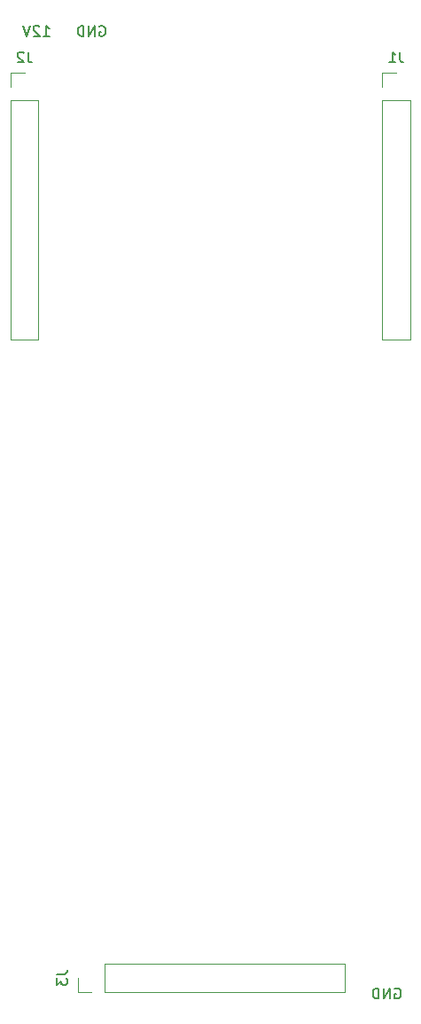
<source format=gbr>
%TF.GenerationSoftware,KiCad,Pcbnew,7.0.6*%
%TF.CreationDate,2023-07-26T19:08:01+01:00*%
%TF.ProjectId,Hypersoniq_Controls,48797065-7273-46f6-9e69-715f436f6e74,rev?*%
%TF.SameCoordinates,Original*%
%TF.FileFunction,Legend,Bot*%
%TF.FilePolarity,Positive*%
%FSLAX46Y46*%
G04 Gerber Fmt 4.6, Leading zero omitted, Abs format (unit mm)*
G04 Created by KiCad (PCBNEW 7.0.6) date 2023-07-26 19:08:01*
%MOMM*%
%LPD*%
G01*
G04 APERTURE LIST*
%ADD10C,0.200000*%
%ADD11C,0.150000*%
%ADD12C,0.120000*%
G04 APERTURE END LIST*
D10*
X59561904Y-57029838D02*
X59657142Y-56982219D01*
X59657142Y-56982219D02*
X59799999Y-56982219D01*
X59799999Y-56982219D02*
X59942856Y-57029838D01*
X59942856Y-57029838D02*
X60038094Y-57125076D01*
X60038094Y-57125076D02*
X60085713Y-57220314D01*
X60085713Y-57220314D02*
X60133332Y-57410790D01*
X60133332Y-57410790D02*
X60133332Y-57553647D01*
X60133332Y-57553647D02*
X60085713Y-57744123D01*
X60085713Y-57744123D02*
X60038094Y-57839361D01*
X60038094Y-57839361D02*
X59942856Y-57934600D01*
X59942856Y-57934600D02*
X59799999Y-57982219D01*
X59799999Y-57982219D02*
X59704761Y-57982219D01*
X59704761Y-57982219D02*
X59561904Y-57934600D01*
X59561904Y-57934600D02*
X59514285Y-57886980D01*
X59514285Y-57886980D02*
X59514285Y-57553647D01*
X59514285Y-57553647D02*
X59704761Y-57553647D01*
X59085713Y-57982219D02*
X59085713Y-56982219D01*
X59085713Y-56982219D02*
X58514285Y-57982219D01*
X58514285Y-57982219D02*
X58514285Y-56982219D01*
X58038094Y-57982219D02*
X58038094Y-56982219D01*
X58038094Y-56982219D02*
X57799999Y-56982219D01*
X57799999Y-56982219D02*
X57657142Y-57029838D01*
X57657142Y-57029838D02*
X57561904Y-57125076D01*
X57561904Y-57125076D02*
X57514285Y-57220314D01*
X57514285Y-57220314D02*
X57466666Y-57410790D01*
X57466666Y-57410790D02*
X57466666Y-57553647D01*
X57466666Y-57553647D02*
X57514285Y-57744123D01*
X57514285Y-57744123D02*
X57561904Y-57839361D01*
X57561904Y-57839361D02*
X57657142Y-57934600D01*
X57657142Y-57934600D02*
X57799999Y-57982219D01*
X57799999Y-57982219D02*
X58038094Y-57982219D01*
X87761904Y-148929838D02*
X87857142Y-148882219D01*
X87857142Y-148882219D02*
X87999999Y-148882219D01*
X87999999Y-148882219D02*
X88142856Y-148929838D01*
X88142856Y-148929838D02*
X88238094Y-149025076D01*
X88238094Y-149025076D02*
X88285713Y-149120314D01*
X88285713Y-149120314D02*
X88333332Y-149310790D01*
X88333332Y-149310790D02*
X88333332Y-149453647D01*
X88333332Y-149453647D02*
X88285713Y-149644123D01*
X88285713Y-149644123D02*
X88238094Y-149739361D01*
X88238094Y-149739361D02*
X88142856Y-149834600D01*
X88142856Y-149834600D02*
X87999999Y-149882219D01*
X87999999Y-149882219D02*
X87904761Y-149882219D01*
X87904761Y-149882219D02*
X87761904Y-149834600D01*
X87761904Y-149834600D02*
X87714285Y-149786980D01*
X87714285Y-149786980D02*
X87714285Y-149453647D01*
X87714285Y-149453647D02*
X87904761Y-149453647D01*
X87285713Y-149882219D02*
X87285713Y-148882219D01*
X87285713Y-148882219D02*
X86714285Y-149882219D01*
X86714285Y-149882219D02*
X86714285Y-148882219D01*
X86238094Y-149882219D02*
X86238094Y-148882219D01*
X86238094Y-148882219D02*
X85999999Y-148882219D01*
X85999999Y-148882219D02*
X85857142Y-148929838D01*
X85857142Y-148929838D02*
X85761904Y-149025076D01*
X85761904Y-149025076D02*
X85714285Y-149120314D01*
X85714285Y-149120314D02*
X85666666Y-149310790D01*
X85666666Y-149310790D02*
X85666666Y-149453647D01*
X85666666Y-149453647D02*
X85714285Y-149644123D01*
X85714285Y-149644123D02*
X85761904Y-149739361D01*
X85761904Y-149739361D02*
X85857142Y-149834600D01*
X85857142Y-149834600D02*
X85999999Y-149882219D01*
X85999999Y-149882219D02*
X86238094Y-149882219D01*
X54199999Y-57952219D02*
X54771427Y-57952219D01*
X54485713Y-57952219D02*
X54485713Y-56952219D01*
X54485713Y-56952219D02*
X54580951Y-57095076D01*
X54580951Y-57095076D02*
X54676189Y-57190314D01*
X54676189Y-57190314D02*
X54771427Y-57237933D01*
X53819046Y-57047457D02*
X53771427Y-56999838D01*
X53771427Y-56999838D02*
X53676189Y-56952219D01*
X53676189Y-56952219D02*
X53438094Y-56952219D01*
X53438094Y-56952219D02*
X53342856Y-56999838D01*
X53342856Y-56999838D02*
X53295237Y-57047457D01*
X53295237Y-57047457D02*
X53247618Y-57142695D01*
X53247618Y-57142695D02*
X53247618Y-57237933D01*
X53247618Y-57237933D02*
X53295237Y-57380790D01*
X53295237Y-57380790D02*
X53866665Y-57952219D01*
X53866665Y-57952219D02*
X53247618Y-57952219D01*
X52961903Y-56952219D02*
X52628570Y-57952219D01*
X52628570Y-57952219D02*
X52295237Y-56952219D01*
D11*
X55484819Y-147566666D02*
X56199104Y-147566666D01*
X56199104Y-147566666D02*
X56341961Y-147519047D01*
X56341961Y-147519047D02*
X56437200Y-147423809D01*
X56437200Y-147423809D02*
X56484819Y-147280952D01*
X56484819Y-147280952D02*
X56484819Y-147185714D01*
X55484819Y-147947619D02*
X55484819Y-148566666D01*
X55484819Y-148566666D02*
X55865771Y-148233333D01*
X55865771Y-148233333D02*
X55865771Y-148376190D01*
X55865771Y-148376190D02*
X55913390Y-148471428D01*
X55913390Y-148471428D02*
X55961009Y-148519047D01*
X55961009Y-148519047D02*
X56056247Y-148566666D01*
X56056247Y-148566666D02*
X56294342Y-148566666D01*
X56294342Y-148566666D02*
X56389580Y-148519047D01*
X56389580Y-148519047D02*
X56437200Y-148471428D01*
X56437200Y-148471428D02*
X56484819Y-148376190D01*
X56484819Y-148376190D02*
X56484819Y-148090476D01*
X56484819Y-148090476D02*
X56437200Y-147995238D01*
X56437200Y-147995238D02*
X56389580Y-147947619D01*
X88233333Y-59484819D02*
X88233333Y-60199104D01*
X88233333Y-60199104D02*
X88280952Y-60341961D01*
X88280952Y-60341961D02*
X88376190Y-60437200D01*
X88376190Y-60437200D02*
X88519047Y-60484819D01*
X88519047Y-60484819D02*
X88614285Y-60484819D01*
X87233333Y-60484819D02*
X87804761Y-60484819D01*
X87519047Y-60484819D02*
X87519047Y-59484819D01*
X87519047Y-59484819D02*
X87614285Y-59627676D01*
X87614285Y-59627676D02*
X87709523Y-59722914D01*
X87709523Y-59722914D02*
X87804761Y-59770533D01*
X52733333Y-59484819D02*
X52733333Y-60199104D01*
X52733333Y-60199104D02*
X52780952Y-60341961D01*
X52780952Y-60341961D02*
X52876190Y-60437200D01*
X52876190Y-60437200D02*
X53019047Y-60484819D01*
X53019047Y-60484819D02*
X53114285Y-60484819D01*
X52304761Y-59580057D02*
X52257142Y-59532438D01*
X52257142Y-59532438D02*
X52161904Y-59484819D01*
X52161904Y-59484819D02*
X51923809Y-59484819D01*
X51923809Y-59484819D02*
X51828571Y-59532438D01*
X51828571Y-59532438D02*
X51780952Y-59580057D01*
X51780952Y-59580057D02*
X51733333Y-59675295D01*
X51733333Y-59675295D02*
X51733333Y-59770533D01*
X51733333Y-59770533D02*
X51780952Y-59913390D01*
X51780952Y-59913390D02*
X52352380Y-60484819D01*
X52352380Y-60484819D02*
X51733333Y-60484819D01*
D12*
%TO.C,J3*%
X82990000Y-146570000D02*
X82990000Y-149230000D01*
X60070000Y-146570000D02*
X82990000Y-146570000D01*
X60070000Y-146570000D02*
X60070000Y-149230000D01*
X57470000Y-147900000D02*
X57470000Y-149230000D01*
X60070000Y-149230000D02*
X82990000Y-149230000D01*
X57470000Y-149230000D02*
X58800000Y-149230000D01*
%TO.C,J1*%
X89230000Y-86990000D02*
X86570000Y-86990000D01*
X89230000Y-64070000D02*
X89230000Y-86990000D01*
X89230000Y-64070000D02*
X86570000Y-64070000D01*
X87900000Y-61470000D02*
X86570000Y-61470000D01*
X86570000Y-64070000D02*
X86570000Y-86990000D01*
X86570000Y-61470000D02*
X86570000Y-62800000D01*
%TO.C,J2*%
X53730000Y-86990000D02*
X51070000Y-86990000D01*
X53730000Y-64070000D02*
X53730000Y-86990000D01*
X53730000Y-64070000D02*
X51070000Y-64070000D01*
X52400000Y-61470000D02*
X51070000Y-61470000D01*
X51070000Y-64070000D02*
X51070000Y-86990000D01*
X51070000Y-61470000D02*
X51070000Y-62800000D01*
%TD*%
M02*

</source>
